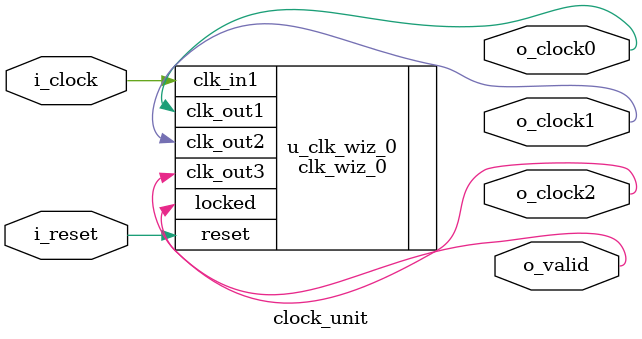
<source format=v>
`timescale 1ns / 1ps `default_nettype none

module clock_unit (
    input  wire i_clock,
    input  wire i_reset,
    output wire o_clock0,
    output wire o_clock1,
    output wire o_clock2,
    output wire o_valid
);
  /*
        <--- IP Configuration --->
        clk_in1 = 125 MHz.
        clk_out1 = 100 MHz.
        clk_out2 = 100 MHz shifted 90°.
        clk_out3 = 400 MHz
    */
  clk_wiz_0 u_clk_wiz_0 (
      .clk_in1(i_clock),
      .reset(i_reset),
      .clk_out1(o_clock0),
      .clk_out2(o_clock1),
      .clk_out3(o_clock2),
      .locked(o_valid)
  );

endmodule

`default_nettype wire

</source>
